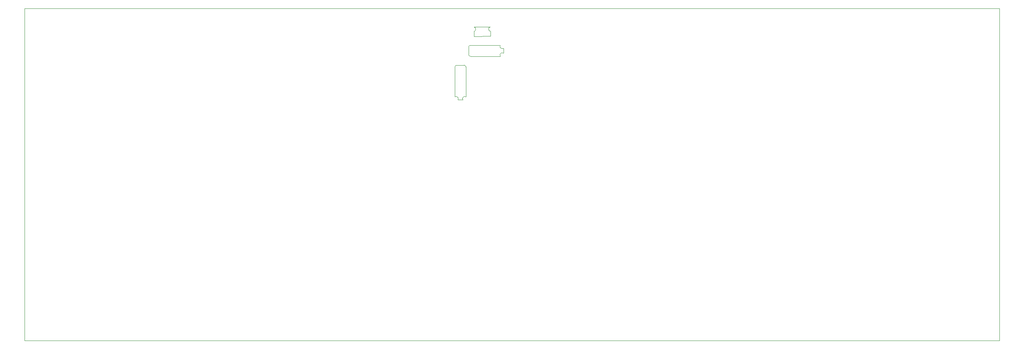
<source format=gbr>
%TF.GenerationSoftware,KiCad,Pcbnew,8.0.7*%
%TF.CreationDate,2025-05-18T22:23:59+09:00*%
%TF.ProjectId,cool436,636f6f6c-3433-4362-9e6b-696361645f70,rev?*%
%TF.SameCoordinates,Original*%
%TF.FileFunction,Profile,NP*%
%FSLAX46Y46*%
G04 Gerber Fmt 4.6, Leading zero omitted, Abs format (unit mm)*
G04 Created by KiCad (PCBNEW 8.0.7) date 2025-05-18 22:23:59*
%MOMM*%
%LPD*%
G01*
G04 APERTURE LIST*
%TA.AperFunction,Profile*%
%ADD10C,0.100000*%
%TD*%
%TA.AperFunction,Profile*%
%ADD11C,0.120000*%
%TD*%
G04 APERTURE END LIST*
D10*
X4130000Y-6830000D02*
X219170000Y-6830000D01*
X219170000Y-80110000D01*
X4130000Y-80110000D01*
X4130000Y-6830000D01*
D11*
%TO.C,U1*%
X99054753Y-26315953D02*
X99054753Y-19715000D01*
X99435753Y-19334753D02*
X101086753Y-19334753D01*
X100781953Y-27001753D02*
X99740553Y-27001753D01*
X101471000Y-19715000D02*
X101467753Y-26315953D01*
X102080753Y-16978247D02*
X102080753Y-15327247D01*
X102449493Y-14934630D02*
X109061953Y-14946247D01*
X103238871Y-10880150D02*
X106820000Y-10851732D01*
X103289435Y-12958209D02*
X103292410Y-11904878D01*
X103289435Y-12958209D02*
X106870564Y-12929791D01*
X106870564Y-12929791D02*
X106873539Y-11876460D01*
X109061953Y-17359247D02*
X102461000Y-17365000D01*
X109747753Y-15632047D02*
X109747753Y-16673447D01*
X99054753Y-19715000D02*
G75*
G02*
X99435753Y-19334003I380867J130D01*
G01*
X99054753Y-26315953D02*
G75*
G02*
X99740546Y-27001749I247747J-438047D01*
G01*
X100781953Y-27001753D02*
G75*
G02*
X101467753Y-26315953I438047J247753D01*
G01*
X101090000Y-19334000D02*
G75*
G02*
X101471000Y-19715000I0J-381000D01*
G01*
X102080753Y-15327247D02*
G75*
G02*
X102449493Y-14934629I378647J13847D01*
G01*
X102461000Y-17365000D02*
G75*
G02*
X102080000Y-16984000I0J381000D01*
G01*
X103238871Y-10880150D02*
G75*
G02*
X103292410Y-11904878I-166461J-522460D01*
G01*
X106873539Y-11876460D02*
G75*
G02*
X106820000Y-10851732I166461J522460D01*
G01*
X109061953Y-17359247D02*
G75*
G02*
X109747753Y-16673447I438047J247753D01*
G01*
X109747753Y-15632047D02*
G75*
G02*
X109061953Y-14946247I-247753J438047D01*
G01*
%TD*%
M02*

</source>
